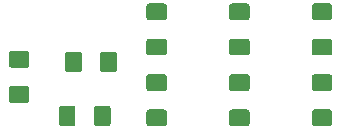
<source format=gbr>
%TF.GenerationSoftware,KiCad,Pcbnew,(5.1.5)-3*%
%TF.CreationDate,2020-05-16T01:35:25+02:00*%
%TF.ProjectId,DopplerShiftRadarModule,446f7070-6c65-4725-9368-696674526164,v1.1*%
%TF.SameCoordinates,Original*%
%TF.FileFunction,Paste,Top*%
%TF.FilePolarity,Positive*%
%FSLAX46Y46*%
G04 Gerber Fmt 4.6, Leading zero omitted, Abs format (unit mm)*
G04 Created by KiCad (PCBNEW (5.1.5)-3) date 2020-05-16 01:35:25*
%MOMM*%
%LPD*%
G04 APERTURE LIST*
%ADD10C,0.100000*%
G04 APERTURE END LIST*
D10*
G36*
X143649504Y-89801204D02*
G01*
X143673773Y-89804804D01*
X143697571Y-89810765D01*
X143720671Y-89819030D01*
X143742849Y-89829520D01*
X143763893Y-89842133D01*
X143783598Y-89856747D01*
X143801777Y-89873223D01*
X143818253Y-89891402D01*
X143832867Y-89911107D01*
X143845480Y-89932151D01*
X143855970Y-89954329D01*
X143864235Y-89977429D01*
X143870196Y-90001227D01*
X143873796Y-90025496D01*
X143875000Y-90050000D01*
X143875000Y-90975000D01*
X143873796Y-90999504D01*
X143870196Y-91023773D01*
X143864235Y-91047571D01*
X143855970Y-91070671D01*
X143845480Y-91092849D01*
X143832867Y-91113893D01*
X143818253Y-91133598D01*
X143801777Y-91151777D01*
X143783598Y-91168253D01*
X143763893Y-91182867D01*
X143742849Y-91195480D01*
X143720671Y-91205970D01*
X143697571Y-91214235D01*
X143673773Y-91220196D01*
X143649504Y-91223796D01*
X143625000Y-91225000D01*
X142375000Y-91225000D01*
X142350496Y-91223796D01*
X142326227Y-91220196D01*
X142302429Y-91214235D01*
X142279329Y-91205970D01*
X142257151Y-91195480D01*
X142236107Y-91182867D01*
X142216402Y-91168253D01*
X142198223Y-91151777D01*
X142181747Y-91133598D01*
X142167133Y-91113893D01*
X142154520Y-91092849D01*
X142144030Y-91070671D01*
X142135765Y-91047571D01*
X142129804Y-91023773D01*
X142126204Y-90999504D01*
X142125000Y-90975000D01*
X142125000Y-90050000D01*
X142126204Y-90025496D01*
X142129804Y-90001227D01*
X142135765Y-89977429D01*
X142144030Y-89954329D01*
X142154520Y-89932151D01*
X142167133Y-89911107D01*
X142181747Y-89891402D01*
X142198223Y-89873223D01*
X142216402Y-89856747D01*
X142236107Y-89842133D01*
X142257151Y-89829520D01*
X142279329Y-89819030D01*
X142302429Y-89810765D01*
X142326227Y-89804804D01*
X142350496Y-89801204D01*
X142375000Y-89800000D01*
X143625000Y-89800000D01*
X143649504Y-89801204D01*
G37*
G36*
X143649504Y-92776204D02*
G01*
X143673773Y-92779804D01*
X143697571Y-92785765D01*
X143720671Y-92794030D01*
X143742849Y-92804520D01*
X143763893Y-92817133D01*
X143783598Y-92831747D01*
X143801777Y-92848223D01*
X143818253Y-92866402D01*
X143832867Y-92886107D01*
X143845480Y-92907151D01*
X143855970Y-92929329D01*
X143864235Y-92952429D01*
X143870196Y-92976227D01*
X143873796Y-93000496D01*
X143875000Y-93025000D01*
X143875000Y-93950000D01*
X143873796Y-93974504D01*
X143870196Y-93998773D01*
X143864235Y-94022571D01*
X143855970Y-94045671D01*
X143845480Y-94067849D01*
X143832867Y-94088893D01*
X143818253Y-94108598D01*
X143801777Y-94126777D01*
X143783598Y-94143253D01*
X143763893Y-94157867D01*
X143742849Y-94170480D01*
X143720671Y-94180970D01*
X143697571Y-94189235D01*
X143673773Y-94195196D01*
X143649504Y-94198796D01*
X143625000Y-94200000D01*
X142375000Y-94200000D01*
X142350496Y-94198796D01*
X142326227Y-94195196D01*
X142302429Y-94189235D01*
X142279329Y-94180970D01*
X142257151Y-94170480D01*
X142236107Y-94157867D01*
X142216402Y-94143253D01*
X142198223Y-94126777D01*
X142181747Y-94108598D01*
X142167133Y-94088893D01*
X142154520Y-94067849D01*
X142144030Y-94045671D01*
X142135765Y-94022571D01*
X142129804Y-93998773D01*
X142126204Y-93974504D01*
X142125000Y-93950000D01*
X142125000Y-93025000D01*
X142126204Y-93000496D01*
X142129804Y-92976227D01*
X142135765Y-92952429D01*
X142144030Y-92929329D01*
X142154520Y-92907151D01*
X142167133Y-92886107D01*
X142181747Y-92866402D01*
X142198223Y-92848223D01*
X142216402Y-92831747D01*
X142236107Y-92817133D01*
X142257151Y-92804520D01*
X142279329Y-92794030D01*
X142302429Y-92785765D01*
X142326227Y-92779804D01*
X142350496Y-92776204D01*
X142375000Y-92775000D01*
X143625000Y-92775000D01*
X143649504Y-92776204D01*
G37*
G36*
X136649504Y-92776204D02*
G01*
X136673773Y-92779804D01*
X136697571Y-92785765D01*
X136720671Y-92794030D01*
X136742849Y-92804520D01*
X136763893Y-92817133D01*
X136783598Y-92831747D01*
X136801777Y-92848223D01*
X136818253Y-92866402D01*
X136832867Y-92886107D01*
X136845480Y-92907151D01*
X136855970Y-92929329D01*
X136864235Y-92952429D01*
X136870196Y-92976227D01*
X136873796Y-93000496D01*
X136875000Y-93025000D01*
X136875000Y-93950000D01*
X136873796Y-93974504D01*
X136870196Y-93998773D01*
X136864235Y-94022571D01*
X136855970Y-94045671D01*
X136845480Y-94067849D01*
X136832867Y-94088893D01*
X136818253Y-94108598D01*
X136801777Y-94126777D01*
X136783598Y-94143253D01*
X136763893Y-94157867D01*
X136742849Y-94170480D01*
X136720671Y-94180970D01*
X136697571Y-94189235D01*
X136673773Y-94195196D01*
X136649504Y-94198796D01*
X136625000Y-94200000D01*
X135375000Y-94200000D01*
X135350496Y-94198796D01*
X135326227Y-94195196D01*
X135302429Y-94189235D01*
X135279329Y-94180970D01*
X135257151Y-94170480D01*
X135236107Y-94157867D01*
X135216402Y-94143253D01*
X135198223Y-94126777D01*
X135181747Y-94108598D01*
X135167133Y-94088893D01*
X135154520Y-94067849D01*
X135144030Y-94045671D01*
X135135765Y-94022571D01*
X135129804Y-93998773D01*
X135126204Y-93974504D01*
X135125000Y-93950000D01*
X135125000Y-93025000D01*
X135126204Y-93000496D01*
X135129804Y-92976227D01*
X135135765Y-92952429D01*
X135144030Y-92929329D01*
X135154520Y-92907151D01*
X135167133Y-92886107D01*
X135181747Y-92866402D01*
X135198223Y-92848223D01*
X135216402Y-92831747D01*
X135236107Y-92817133D01*
X135257151Y-92804520D01*
X135279329Y-92794030D01*
X135302429Y-92785765D01*
X135326227Y-92779804D01*
X135350496Y-92776204D01*
X135375000Y-92775000D01*
X136625000Y-92775000D01*
X136649504Y-92776204D01*
G37*
G36*
X136649504Y-89801204D02*
G01*
X136673773Y-89804804D01*
X136697571Y-89810765D01*
X136720671Y-89819030D01*
X136742849Y-89829520D01*
X136763893Y-89842133D01*
X136783598Y-89856747D01*
X136801777Y-89873223D01*
X136818253Y-89891402D01*
X136832867Y-89911107D01*
X136845480Y-89932151D01*
X136855970Y-89954329D01*
X136864235Y-89977429D01*
X136870196Y-90001227D01*
X136873796Y-90025496D01*
X136875000Y-90050000D01*
X136875000Y-90975000D01*
X136873796Y-90999504D01*
X136870196Y-91023773D01*
X136864235Y-91047571D01*
X136855970Y-91070671D01*
X136845480Y-91092849D01*
X136832867Y-91113893D01*
X136818253Y-91133598D01*
X136801777Y-91151777D01*
X136783598Y-91168253D01*
X136763893Y-91182867D01*
X136742849Y-91195480D01*
X136720671Y-91205970D01*
X136697571Y-91214235D01*
X136673773Y-91220196D01*
X136649504Y-91223796D01*
X136625000Y-91225000D01*
X135375000Y-91225000D01*
X135350496Y-91223796D01*
X135326227Y-91220196D01*
X135302429Y-91214235D01*
X135279329Y-91205970D01*
X135257151Y-91195480D01*
X135236107Y-91182867D01*
X135216402Y-91168253D01*
X135198223Y-91151777D01*
X135181747Y-91133598D01*
X135167133Y-91113893D01*
X135154520Y-91092849D01*
X135144030Y-91070671D01*
X135135765Y-91047571D01*
X135129804Y-91023773D01*
X135126204Y-90999504D01*
X135125000Y-90975000D01*
X135125000Y-90050000D01*
X135126204Y-90025496D01*
X135129804Y-90001227D01*
X135135765Y-89977429D01*
X135144030Y-89954329D01*
X135154520Y-89932151D01*
X135167133Y-89911107D01*
X135181747Y-89891402D01*
X135198223Y-89873223D01*
X135216402Y-89856747D01*
X135236107Y-89842133D01*
X135257151Y-89829520D01*
X135279329Y-89819030D01*
X135302429Y-89810765D01*
X135326227Y-89804804D01*
X135350496Y-89801204D01*
X135375000Y-89800000D01*
X136625000Y-89800000D01*
X136649504Y-89801204D01*
G37*
G36*
X129649504Y-89801204D02*
G01*
X129673773Y-89804804D01*
X129697571Y-89810765D01*
X129720671Y-89819030D01*
X129742849Y-89829520D01*
X129763893Y-89842133D01*
X129783598Y-89856747D01*
X129801777Y-89873223D01*
X129818253Y-89891402D01*
X129832867Y-89911107D01*
X129845480Y-89932151D01*
X129855970Y-89954329D01*
X129864235Y-89977429D01*
X129870196Y-90001227D01*
X129873796Y-90025496D01*
X129875000Y-90050000D01*
X129875000Y-90975000D01*
X129873796Y-90999504D01*
X129870196Y-91023773D01*
X129864235Y-91047571D01*
X129855970Y-91070671D01*
X129845480Y-91092849D01*
X129832867Y-91113893D01*
X129818253Y-91133598D01*
X129801777Y-91151777D01*
X129783598Y-91168253D01*
X129763893Y-91182867D01*
X129742849Y-91195480D01*
X129720671Y-91205970D01*
X129697571Y-91214235D01*
X129673773Y-91220196D01*
X129649504Y-91223796D01*
X129625000Y-91225000D01*
X128375000Y-91225000D01*
X128350496Y-91223796D01*
X128326227Y-91220196D01*
X128302429Y-91214235D01*
X128279329Y-91205970D01*
X128257151Y-91195480D01*
X128236107Y-91182867D01*
X128216402Y-91168253D01*
X128198223Y-91151777D01*
X128181747Y-91133598D01*
X128167133Y-91113893D01*
X128154520Y-91092849D01*
X128144030Y-91070671D01*
X128135765Y-91047571D01*
X128129804Y-91023773D01*
X128126204Y-90999504D01*
X128125000Y-90975000D01*
X128125000Y-90050000D01*
X128126204Y-90025496D01*
X128129804Y-90001227D01*
X128135765Y-89977429D01*
X128144030Y-89954329D01*
X128154520Y-89932151D01*
X128167133Y-89911107D01*
X128181747Y-89891402D01*
X128198223Y-89873223D01*
X128216402Y-89856747D01*
X128236107Y-89842133D01*
X128257151Y-89829520D01*
X128279329Y-89819030D01*
X128302429Y-89810765D01*
X128326227Y-89804804D01*
X128350496Y-89801204D01*
X128375000Y-89800000D01*
X129625000Y-89800000D01*
X129649504Y-89801204D01*
G37*
G36*
X129649504Y-92776204D02*
G01*
X129673773Y-92779804D01*
X129697571Y-92785765D01*
X129720671Y-92794030D01*
X129742849Y-92804520D01*
X129763893Y-92817133D01*
X129783598Y-92831747D01*
X129801777Y-92848223D01*
X129818253Y-92866402D01*
X129832867Y-92886107D01*
X129845480Y-92907151D01*
X129855970Y-92929329D01*
X129864235Y-92952429D01*
X129870196Y-92976227D01*
X129873796Y-93000496D01*
X129875000Y-93025000D01*
X129875000Y-93950000D01*
X129873796Y-93974504D01*
X129870196Y-93998773D01*
X129864235Y-94022571D01*
X129855970Y-94045671D01*
X129845480Y-94067849D01*
X129832867Y-94088893D01*
X129818253Y-94108598D01*
X129801777Y-94126777D01*
X129783598Y-94143253D01*
X129763893Y-94157867D01*
X129742849Y-94170480D01*
X129720671Y-94180970D01*
X129697571Y-94189235D01*
X129673773Y-94195196D01*
X129649504Y-94198796D01*
X129625000Y-94200000D01*
X128375000Y-94200000D01*
X128350496Y-94198796D01*
X128326227Y-94195196D01*
X128302429Y-94189235D01*
X128279329Y-94180970D01*
X128257151Y-94170480D01*
X128236107Y-94157867D01*
X128216402Y-94143253D01*
X128198223Y-94126777D01*
X128181747Y-94108598D01*
X128167133Y-94088893D01*
X128154520Y-94067849D01*
X128144030Y-94045671D01*
X128135765Y-94022571D01*
X128129804Y-93998773D01*
X128126204Y-93974504D01*
X128125000Y-93950000D01*
X128125000Y-93025000D01*
X128126204Y-93000496D01*
X128129804Y-92976227D01*
X128135765Y-92952429D01*
X128144030Y-92929329D01*
X128154520Y-92907151D01*
X128167133Y-92886107D01*
X128181747Y-92866402D01*
X128198223Y-92848223D01*
X128216402Y-92831747D01*
X128236107Y-92817133D01*
X128257151Y-92804520D01*
X128279329Y-92794030D01*
X128302429Y-92785765D01*
X128326227Y-92779804D01*
X128350496Y-92776204D01*
X128375000Y-92775000D01*
X129625000Y-92775000D01*
X129649504Y-92776204D01*
G37*
G36*
X124874004Y-98440204D02*
G01*
X124898273Y-98443804D01*
X124922071Y-98449765D01*
X124945171Y-98458030D01*
X124967349Y-98468520D01*
X124988393Y-98481133D01*
X125008098Y-98495747D01*
X125026277Y-98512223D01*
X125042753Y-98530402D01*
X125057367Y-98550107D01*
X125069980Y-98571151D01*
X125080470Y-98593329D01*
X125088735Y-98616429D01*
X125094696Y-98640227D01*
X125098296Y-98664496D01*
X125099500Y-98689000D01*
X125099500Y-99939000D01*
X125098296Y-99963504D01*
X125094696Y-99987773D01*
X125088735Y-100011571D01*
X125080470Y-100034671D01*
X125069980Y-100056849D01*
X125057367Y-100077893D01*
X125042753Y-100097598D01*
X125026277Y-100115777D01*
X125008098Y-100132253D01*
X124988393Y-100146867D01*
X124967349Y-100159480D01*
X124945171Y-100169970D01*
X124922071Y-100178235D01*
X124898273Y-100184196D01*
X124874004Y-100187796D01*
X124849500Y-100189000D01*
X123924500Y-100189000D01*
X123899996Y-100187796D01*
X123875727Y-100184196D01*
X123851929Y-100178235D01*
X123828829Y-100169970D01*
X123806651Y-100159480D01*
X123785607Y-100146867D01*
X123765902Y-100132253D01*
X123747723Y-100115777D01*
X123731247Y-100097598D01*
X123716633Y-100077893D01*
X123704020Y-100056849D01*
X123693530Y-100034671D01*
X123685265Y-100011571D01*
X123679304Y-99987773D01*
X123675704Y-99963504D01*
X123674500Y-99939000D01*
X123674500Y-98689000D01*
X123675704Y-98664496D01*
X123679304Y-98640227D01*
X123685265Y-98616429D01*
X123693530Y-98593329D01*
X123704020Y-98571151D01*
X123716633Y-98550107D01*
X123731247Y-98530402D01*
X123747723Y-98512223D01*
X123765902Y-98495747D01*
X123785607Y-98481133D01*
X123806651Y-98468520D01*
X123828829Y-98458030D01*
X123851929Y-98449765D01*
X123875727Y-98443804D01*
X123899996Y-98440204D01*
X123924500Y-98439000D01*
X124849500Y-98439000D01*
X124874004Y-98440204D01*
G37*
G36*
X121899004Y-98440204D02*
G01*
X121923273Y-98443804D01*
X121947071Y-98449765D01*
X121970171Y-98458030D01*
X121992349Y-98468520D01*
X122013393Y-98481133D01*
X122033098Y-98495747D01*
X122051277Y-98512223D01*
X122067753Y-98530402D01*
X122082367Y-98550107D01*
X122094980Y-98571151D01*
X122105470Y-98593329D01*
X122113735Y-98616429D01*
X122119696Y-98640227D01*
X122123296Y-98664496D01*
X122124500Y-98689000D01*
X122124500Y-99939000D01*
X122123296Y-99963504D01*
X122119696Y-99987773D01*
X122113735Y-100011571D01*
X122105470Y-100034671D01*
X122094980Y-100056849D01*
X122082367Y-100077893D01*
X122067753Y-100097598D01*
X122051277Y-100115777D01*
X122033098Y-100132253D01*
X122013393Y-100146867D01*
X121992349Y-100159480D01*
X121970171Y-100169970D01*
X121947071Y-100178235D01*
X121923273Y-100184196D01*
X121899004Y-100187796D01*
X121874500Y-100189000D01*
X120949500Y-100189000D01*
X120924996Y-100187796D01*
X120900727Y-100184196D01*
X120876929Y-100178235D01*
X120853829Y-100169970D01*
X120831651Y-100159480D01*
X120810607Y-100146867D01*
X120790902Y-100132253D01*
X120772723Y-100115777D01*
X120756247Y-100097598D01*
X120741633Y-100077893D01*
X120729020Y-100056849D01*
X120718530Y-100034671D01*
X120710265Y-100011571D01*
X120704304Y-99987773D01*
X120700704Y-99963504D01*
X120699500Y-99939000D01*
X120699500Y-98689000D01*
X120700704Y-98664496D01*
X120704304Y-98640227D01*
X120710265Y-98616429D01*
X120718530Y-98593329D01*
X120729020Y-98571151D01*
X120741633Y-98550107D01*
X120756247Y-98530402D01*
X120772723Y-98512223D01*
X120790902Y-98495747D01*
X120810607Y-98481133D01*
X120831651Y-98468520D01*
X120853829Y-98458030D01*
X120876929Y-98449765D01*
X120900727Y-98443804D01*
X120924996Y-98440204D01*
X120949500Y-98439000D01*
X121874500Y-98439000D01*
X121899004Y-98440204D01*
G37*
G36*
X143649504Y-98776204D02*
G01*
X143673773Y-98779804D01*
X143697571Y-98785765D01*
X143720671Y-98794030D01*
X143742849Y-98804520D01*
X143763893Y-98817133D01*
X143783598Y-98831747D01*
X143801777Y-98848223D01*
X143818253Y-98866402D01*
X143832867Y-98886107D01*
X143845480Y-98907151D01*
X143855970Y-98929329D01*
X143864235Y-98952429D01*
X143870196Y-98976227D01*
X143873796Y-99000496D01*
X143875000Y-99025000D01*
X143875000Y-99950000D01*
X143873796Y-99974504D01*
X143870196Y-99998773D01*
X143864235Y-100022571D01*
X143855970Y-100045671D01*
X143845480Y-100067849D01*
X143832867Y-100088893D01*
X143818253Y-100108598D01*
X143801777Y-100126777D01*
X143783598Y-100143253D01*
X143763893Y-100157867D01*
X143742849Y-100170480D01*
X143720671Y-100180970D01*
X143697571Y-100189235D01*
X143673773Y-100195196D01*
X143649504Y-100198796D01*
X143625000Y-100200000D01*
X142375000Y-100200000D01*
X142350496Y-100198796D01*
X142326227Y-100195196D01*
X142302429Y-100189235D01*
X142279329Y-100180970D01*
X142257151Y-100170480D01*
X142236107Y-100157867D01*
X142216402Y-100143253D01*
X142198223Y-100126777D01*
X142181747Y-100108598D01*
X142167133Y-100088893D01*
X142154520Y-100067849D01*
X142144030Y-100045671D01*
X142135765Y-100022571D01*
X142129804Y-99998773D01*
X142126204Y-99974504D01*
X142125000Y-99950000D01*
X142125000Y-99025000D01*
X142126204Y-99000496D01*
X142129804Y-98976227D01*
X142135765Y-98952429D01*
X142144030Y-98929329D01*
X142154520Y-98907151D01*
X142167133Y-98886107D01*
X142181747Y-98866402D01*
X142198223Y-98848223D01*
X142216402Y-98831747D01*
X142236107Y-98817133D01*
X142257151Y-98804520D01*
X142279329Y-98794030D01*
X142302429Y-98785765D01*
X142326227Y-98779804D01*
X142350496Y-98776204D01*
X142375000Y-98775000D01*
X143625000Y-98775000D01*
X143649504Y-98776204D01*
G37*
G36*
X143649504Y-95801204D02*
G01*
X143673773Y-95804804D01*
X143697571Y-95810765D01*
X143720671Y-95819030D01*
X143742849Y-95829520D01*
X143763893Y-95842133D01*
X143783598Y-95856747D01*
X143801777Y-95873223D01*
X143818253Y-95891402D01*
X143832867Y-95911107D01*
X143845480Y-95932151D01*
X143855970Y-95954329D01*
X143864235Y-95977429D01*
X143870196Y-96001227D01*
X143873796Y-96025496D01*
X143875000Y-96050000D01*
X143875000Y-96975000D01*
X143873796Y-96999504D01*
X143870196Y-97023773D01*
X143864235Y-97047571D01*
X143855970Y-97070671D01*
X143845480Y-97092849D01*
X143832867Y-97113893D01*
X143818253Y-97133598D01*
X143801777Y-97151777D01*
X143783598Y-97168253D01*
X143763893Y-97182867D01*
X143742849Y-97195480D01*
X143720671Y-97205970D01*
X143697571Y-97214235D01*
X143673773Y-97220196D01*
X143649504Y-97223796D01*
X143625000Y-97225000D01*
X142375000Y-97225000D01*
X142350496Y-97223796D01*
X142326227Y-97220196D01*
X142302429Y-97214235D01*
X142279329Y-97205970D01*
X142257151Y-97195480D01*
X142236107Y-97182867D01*
X142216402Y-97168253D01*
X142198223Y-97151777D01*
X142181747Y-97133598D01*
X142167133Y-97113893D01*
X142154520Y-97092849D01*
X142144030Y-97070671D01*
X142135765Y-97047571D01*
X142129804Y-97023773D01*
X142126204Y-96999504D01*
X142125000Y-96975000D01*
X142125000Y-96050000D01*
X142126204Y-96025496D01*
X142129804Y-96001227D01*
X142135765Y-95977429D01*
X142144030Y-95954329D01*
X142154520Y-95932151D01*
X142167133Y-95911107D01*
X142181747Y-95891402D01*
X142198223Y-95873223D01*
X142216402Y-95856747D01*
X142236107Y-95842133D01*
X142257151Y-95829520D01*
X142279329Y-95819030D01*
X142302429Y-95810765D01*
X142326227Y-95804804D01*
X142350496Y-95801204D01*
X142375000Y-95800000D01*
X143625000Y-95800000D01*
X143649504Y-95801204D01*
G37*
G36*
X136649504Y-98776204D02*
G01*
X136673773Y-98779804D01*
X136697571Y-98785765D01*
X136720671Y-98794030D01*
X136742849Y-98804520D01*
X136763893Y-98817133D01*
X136783598Y-98831747D01*
X136801777Y-98848223D01*
X136818253Y-98866402D01*
X136832867Y-98886107D01*
X136845480Y-98907151D01*
X136855970Y-98929329D01*
X136864235Y-98952429D01*
X136870196Y-98976227D01*
X136873796Y-99000496D01*
X136875000Y-99025000D01*
X136875000Y-99950000D01*
X136873796Y-99974504D01*
X136870196Y-99998773D01*
X136864235Y-100022571D01*
X136855970Y-100045671D01*
X136845480Y-100067849D01*
X136832867Y-100088893D01*
X136818253Y-100108598D01*
X136801777Y-100126777D01*
X136783598Y-100143253D01*
X136763893Y-100157867D01*
X136742849Y-100170480D01*
X136720671Y-100180970D01*
X136697571Y-100189235D01*
X136673773Y-100195196D01*
X136649504Y-100198796D01*
X136625000Y-100200000D01*
X135375000Y-100200000D01*
X135350496Y-100198796D01*
X135326227Y-100195196D01*
X135302429Y-100189235D01*
X135279329Y-100180970D01*
X135257151Y-100170480D01*
X135236107Y-100157867D01*
X135216402Y-100143253D01*
X135198223Y-100126777D01*
X135181747Y-100108598D01*
X135167133Y-100088893D01*
X135154520Y-100067849D01*
X135144030Y-100045671D01*
X135135765Y-100022571D01*
X135129804Y-99998773D01*
X135126204Y-99974504D01*
X135125000Y-99950000D01*
X135125000Y-99025000D01*
X135126204Y-99000496D01*
X135129804Y-98976227D01*
X135135765Y-98952429D01*
X135144030Y-98929329D01*
X135154520Y-98907151D01*
X135167133Y-98886107D01*
X135181747Y-98866402D01*
X135198223Y-98848223D01*
X135216402Y-98831747D01*
X135236107Y-98817133D01*
X135257151Y-98804520D01*
X135279329Y-98794030D01*
X135302429Y-98785765D01*
X135326227Y-98779804D01*
X135350496Y-98776204D01*
X135375000Y-98775000D01*
X136625000Y-98775000D01*
X136649504Y-98776204D01*
G37*
G36*
X136649504Y-95801204D02*
G01*
X136673773Y-95804804D01*
X136697571Y-95810765D01*
X136720671Y-95819030D01*
X136742849Y-95829520D01*
X136763893Y-95842133D01*
X136783598Y-95856747D01*
X136801777Y-95873223D01*
X136818253Y-95891402D01*
X136832867Y-95911107D01*
X136845480Y-95932151D01*
X136855970Y-95954329D01*
X136864235Y-95977429D01*
X136870196Y-96001227D01*
X136873796Y-96025496D01*
X136875000Y-96050000D01*
X136875000Y-96975000D01*
X136873796Y-96999504D01*
X136870196Y-97023773D01*
X136864235Y-97047571D01*
X136855970Y-97070671D01*
X136845480Y-97092849D01*
X136832867Y-97113893D01*
X136818253Y-97133598D01*
X136801777Y-97151777D01*
X136783598Y-97168253D01*
X136763893Y-97182867D01*
X136742849Y-97195480D01*
X136720671Y-97205970D01*
X136697571Y-97214235D01*
X136673773Y-97220196D01*
X136649504Y-97223796D01*
X136625000Y-97225000D01*
X135375000Y-97225000D01*
X135350496Y-97223796D01*
X135326227Y-97220196D01*
X135302429Y-97214235D01*
X135279329Y-97205970D01*
X135257151Y-97195480D01*
X135236107Y-97182867D01*
X135216402Y-97168253D01*
X135198223Y-97151777D01*
X135181747Y-97133598D01*
X135167133Y-97113893D01*
X135154520Y-97092849D01*
X135144030Y-97070671D01*
X135135765Y-97047571D01*
X135129804Y-97023773D01*
X135126204Y-96999504D01*
X135125000Y-96975000D01*
X135125000Y-96050000D01*
X135126204Y-96025496D01*
X135129804Y-96001227D01*
X135135765Y-95977429D01*
X135144030Y-95954329D01*
X135154520Y-95932151D01*
X135167133Y-95911107D01*
X135181747Y-95891402D01*
X135198223Y-95873223D01*
X135216402Y-95856747D01*
X135236107Y-95842133D01*
X135257151Y-95829520D01*
X135279329Y-95819030D01*
X135302429Y-95810765D01*
X135326227Y-95804804D01*
X135350496Y-95801204D01*
X135375000Y-95800000D01*
X136625000Y-95800000D01*
X136649504Y-95801204D01*
G37*
G36*
X129649504Y-98776204D02*
G01*
X129673773Y-98779804D01*
X129697571Y-98785765D01*
X129720671Y-98794030D01*
X129742849Y-98804520D01*
X129763893Y-98817133D01*
X129783598Y-98831747D01*
X129801777Y-98848223D01*
X129818253Y-98866402D01*
X129832867Y-98886107D01*
X129845480Y-98907151D01*
X129855970Y-98929329D01*
X129864235Y-98952429D01*
X129870196Y-98976227D01*
X129873796Y-99000496D01*
X129875000Y-99025000D01*
X129875000Y-99950000D01*
X129873796Y-99974504D01*
X129870196Y-99998773D01*
X129864235Y-100022571D01*
X129855970Y-100045671D01*
X129845480Y-100067849D01*
X129832867Y-100088893D01*
X129818253Y-100108598D01*
X129801777Y-100126777D01*
X129783598Y-100143253D01*
X129763893Y-100157867D01*
X129742849Y-100170480D01*
X129720671Y-100180970D01*
X129697571Y-100189235D01*
X129673773Y-100195196D01*
X129649504Y-100198796D01*
X129625000Y-100200000D01*
X128375000Y-100200000D01*
X128350496Y-100198796D01*
X128326227Y-100195196D01*
X128302429Y-100189235D01*
X128279329Y-100180970D01*
X128257151Y-100170480D01*
X128236107Y-100157867D01*
X128216402Y-100143253D01*
X128198223Y-100126777D01*
X128181747Y-100108598D01*
X128167133Y-100088893D01*
X128154520Y-100067849D01*
X128144030Y-100045671D01*
X128135765Y-100022571D01*
X128129804Y-99998773D01*
X128126204Y-99974504D01*
X128125000Y-99950000D01*
X128125000Y-99025000D01*
X128126204Y-99000496D01*
X128129804Y-98976227D01*
X128135765Y-98952429D01*
X128144030Y-98929329D01*
X128154520Y-98907151D01*
X128167133Y-98886107D01*
X128181747Y-98866402D01*
X128198223Y-98848223D01*
X128216402Y-98831747D01*
X128236107Y-98817133D01*
X128257151Y-98804520D01*
X128279329Y-98794030D01*
X128302429Y-98785765D01*
X128326227Y-98779804D01*
X128350496Y-98776204D01*
X128375000Y-98775000D01*
X129625000Y-98775000D01*
X129649504Y-98776204D01*
G37*
G36*
X129649504Y-95801204D02*
G01*
X129673773Y-95804804D01*
X129697571Y-95810765D01*
X129720671Y-95819030D01*
X129742849Y-95829520D01*
X129763893Y-95842133D01*
X129783598Y-95856747D01*
X129801777Y-95873223D01*
X129818253Y-95891402D01*
X129832867Y-95911107D01*
X129845480Y-95932151D01*
X129855970Y-95954329D01*
X129864235Y-95977429D01*
X129870196Y-96001227D01*
X129873796Y-96025496D01*
X129875000Y-96050000D01*
X129875000Y-96975000D01*
X129873796Y-96999504D01*
X129870196Y-97023773D01*
X129864235Y-97047571D01*
X129855970Y-97070671D01*
X129845480Y-97092849D01*
X129832867Y-97113893D01*
X129818253Y-97133598D01*
X129801777Y-97151777D01*
X129783598Y-97168253D01*
X129763893Y-97182867D01*
X129742849Y-97195480D01*
X129720671Y-97205970D01*
X129697571Y-97214235D01*
X129673773Y-97220196D01*
X129649504Y-97223796D01*
X129625000Y-97225000D01*
X128375000Y-97225000D01*
X128350496Y-97223796D01*
X128326227Y-97220196D01*
X128302429Y-97214235D01*
X128279329Y-97205970D01*
X128257151Y-97195480D01*
X128236107Y-97182867D01*
X128216402Y-97168253D01*
X128198223Y-97151777D01*
X128181747Y-97133598D01*
X128167133Y-97113893D01*
X128154520Y-97092849D01*
X128144030Y-97070671D01*
X128135765Y-97047571D01*
X128129804Y-97023773D01*
X128126204Y-96999504D01*
X128125000Y-96975000D01*
X128125000Y-96050000D01*
X128126204Y-96025496D01*
X128129804Y-96001227D01*
X128135765Y-95977429D01*
X128144030Y-95954329D01*
X128154520Y-95932151D01*
X128167133Y-95911107D01*
X128181747Y-95891402D01*
X128198223Y-95873223D01*
X128216402Y-95856747D01*
X128236107Y-95842133D01*
X128257151Y-95829520D01*
X128279329Y-95819030D01*
X128302429Y-95810765D01*
X128326227Y-95804804D01*
X128350496Y-95801204D01*
X128375000Y-95800000D01*
X129625000Y-95800000D01*
X129649504Y-95801204D01*
G37*
G36*
X122443504Y-93868204D02*
G01*
X122467773Y-93871804D01*
X122491571Y-93877765D01*
X122514671Y-93886030D01*
X122536849Y-93896520D01*
X122557893Y-93909133D01*
X122577598Y-93923747D01*
X122595777Y-93940223D01*
X122612253Y-93958402D01*
X122626867Y-93978107D01*
X122639480Y-93999151D01*
X122649970Y-94021329D01*
X122658235Y-94044429D01*
X122664196Y-94068227D01*
X122667796Y-94092496D01*
X122669000Y-94117000D01*
X122669000Y-95367000D01*
X122667796Y-95391504D01*
X122664196Y-95415773D01*
X122658235Y-95439571D01*
X122649970Y-95462671D01*
X122639480Y-95484849D01*
X122626867Y-95505893D01*
X122612253Y-95525598D01*
X122595777Y-95543777D01*
X122577598Y-95560253D01*
X122557893Y-95574867D01*
X122536849Y-95587480D01*
X122514671Y-95597970D01*
X122491571Y-95606235D01*
X122467773Y-95612196D01*
X122443504Y-95615796D01*
X122419000Y-95617000D01*
X121494000Y-95617000D01*
X121469496Y-95615796D01*
X121445227Y-95612196D01*
X121421429Y-95606235D01*
X121398329Y-95597970D01*
X121376151Y-95587480D01*
X121355107Y-95574867D01*
X121335402Y-95560253D01*
X121317223Y-95543777D01*
X121300747Y-95525598D01*
X121286133Y-95505893D01*
X121273520Y-95484849D01*
X121263030Y-95462671D01*
X121254765Y-95439571D01*
X121248804Y-95415773D01*
X121245204Y-95391504D01*
X121244000Y-95367000D01*
X121244000Y-94117000D01*
X121245204Y-94092496D01*
X121248804Y-94068227D01*
X121254765Y-94044429D01*
X121263030Y-94021329D01*
X121273520Y-93999151D01*
X121286133Y-93978107D01*
X121300747Y-93958402D01*
X121317223Y-93940223D01*
X121335402Y-93923747D01*
X121355107Y-93909133D01*
X121376151Y-93896520D01*
X121398329Y-93886030D01*
X121421429Y-93877765D01*
X121445227Y-93871804D01*
X121469496Y-93868204D01*
X121494000Y-93867000D01*
X122419000Y-93867000D01*
X122443504Y-93868204D01*
G37*
G36*
X125418504Y-93868204D02*
G01*
X125442773Y-93871804D01*
X125466571Y-93877765D01*
X125489671Y-93886030D01*
X125511849Y-93896520D01*
X125532893Y-93909133D01*
X125552598Y-93923747D01*
X125570777Y-93940223D01*
X125587253Y-93958402D01*
X125601867Y-93978107D01*
X125614480Y-93999151D01*
X125624970Y-94021329D01*
X125633235Y-94044429D01*
X125639196Y-94068227D01*
X125642796Y-94092496D01*
X125644000Y-94117000D01*
X125644000Y-95367000D01*
X125642796Y-95391504D01*
X125639196Y-95415773D01*
X125633235Y-95439571D01*
X125624970Y-95462671D01*
X125614480Y-95484849D01*
X125601867Y-95505893D01*
X125587253Y-95525598D01*
X125570777Y-95543777D01*
X125552598Y-95560253D01*
X125532893Y-95574867D01*
X125511849Y-95587480D01*
X125489671Y-95597970D01*
X125466571Y-95606235D01*
X125442773Y-95612196D01*
X125418504Y-95615796D01*
X125394000Y-95617000D01*
X124469000Y-95617000D01*
X124444496Y-95615796D01*
X124420227Y-95612196D01*
X124396429Y-95606235D01*
X124373329Y-95597970D01*
X124351151Y-95587480D01*
X124330107Y-95574867D01*
X124310402Y-95560253D01*
X124292223Y-95543777D01*
X124275747Y-95525598D01*
X124261133Y-95505893D01*
X124248520Y-95484849D01*
X124238030Y-95462671D01*
X124229765Y-95439571D01*
X124223804Y-95415773D01*
X124220204Y-95391504D01*
X124219000Y-95367000D01*
X124219000Y-94117000D01*
X124220204Y-94092496D01*
X124223804Y-94068227D01*
X124229765Y-94044429D01*
X124238030Y-94021329D01*
X124248520Y-93999151D01*
X124261133Y-93978107D01*
X124275747Y-93958402D01*
X124292223Y-93940223D01*
X124310402Y-93923747D01*
X124330107Y-93909133D01*
X124351151Y-93896520D01*
X124373329Y-93886030D01*
X124396429Y-93877765D01*
X124420227Y-93871804D01*
X124444496Y-93868204D01*
X124469000Y-93867000D01*
X125394000Y-93867000D01*
X125418504Y-93868204D01*
G37*
G36*
X117997504Y-93813204D02*
G01*
X118021773Y-93816804D01*
X118045571Y-93822765D01*
X118068671Y-93831030D01*
X118090849Y-93841520D01*
X118111893Y-93854133D01*
X118131598Y-93868747D01*
X118149777Y-93885223D01*
X118166253Y-93903402D01*
X118180867Y-93923107D01*
X118193480Y-93944151D01*
X118203970Y-93966329D01*
X118212235Y-93989429D01*
X118218196Y-94013227D01*
X118221796Y-94037496D01*
X118223000Y-94062000D01*
X118223000Y-94987000D01*
X118221796Y-95011504D01*
X118218196Y-95035773D01*
X118212235Y-95059571D01*
X118203970Y-95082671D01*
X118193480Y-95104849D01*
X118180867Y-95125893D01*
X118166253Y-95145598D01*
X118149777Y-95163777D01*
X118131598Y-95180253D01*
X118111893Y-95194867D01*
X118090849Y-95207480D01*
X118068671Y-95217970D01*
X118045571Y-95226235D01*
X118021773Y-95232196D01*
X117997504Y-95235796D01*
X117973000Y-95237000D01*
X116723000Y-95237000D01*
X116698496Y-95235796D01*
X116674227Y-95232196D01*
X116650429Y-95226235D01*
X116627329Y-95217970D01*
X116605151Y-95207480D01*
X116584107Y-95194867D01*
X116564402Y-95180253D01*
X116546223Y-95163777D01*
X116529747Y-95145598D01*
X116515133Y-95125893D01*
X116502520Y-95104849D01*
X116492030Y-95082671D01*
X116483765Y-95059571D01*
X116477804Y-95035773D01*
X116474204Y-95011504D01*
X116473000Y-94987000D01*
X116473000Y-94062000D01*
X116474204Y-94037496D01*
X116477804Y-94013227D01*
X116483765Y-93989429D01*
X116492030Y-93966329D01*
X116502520Y-93944151D01*
X116515133Y-93923107D01*
X116529747Y-93903402D01*
X116546223Y-93885223D01*
X116564402Y-93868747D01*
X116584107Y-93854133D01*
X116605151Y-93841520D01*
X116627329Y-93831030D01*
X116650429Y-93822765D01*
X116674227Y-93816804D01*
X116698496Y-93813204D01*
X116723000Y-93812000D01*
X117973000Y-93812000D01*
X117997504Y-93813204D01*
G37*
G36*
X117997504Y-96788204D02*
G01*
X118021773Y-96791804D01*
X118045571Y-96797765D01*
X118068671Y-96806030D01*
X118090849Y-96816520D01*
X118111893Y-96829133D01*
X118131598Y-96843747D01*
X118149777Y-96860223D01*
X118166253Y-96878402D01*
X118180867Y-96898107D01*
X118193480Y-96919151D01*
X118203970Y-96941329D01*
X118212235Y-96964429D01*
X118218196Y-96988227D01*
X118221796Y-97012496D01*
X118223000Y-97037000D01*
X118223000Y-97962000D01*
X118221796Y-97986504D01*
X118218196Y-98010773D01*
X118212235Y-98034571D01*
X118203970Y-98057671D01*
X118193480Y-98079849D01*
X118180867Y-98100893D01*
X118166253Y-98120598D01*
X118149777Y-98138777D01*
X118131598Y-98155253D01*
X118111893Y-98169867D01*
X118090849Y-98182480D01*
X118068671Y-98192970D01*
X118045571Y-98201235D01*
X118021773Y-98207196D01*
X117997504Y-98210796D01*
X117973000Y-98212000D01*
X116723000Y-98212000D01*
X116698496Y-98210796D01*
X116674227Y-98207196D01*
X116650429Y-98201235D01*
X116627329Y-98192970D01*
X116605151Y-98182480D01*
X116584107Y-98169867D01*
X116564402Y-98155253D01*
X116546223Y-98138777D01*
X116529747Y-98120598D01*
X116515133Y-98100893D01*
X116502520Y-98079849D01*
X116492030Y-98057671D01*
X116483765Y-98034571D01*
X116477804Y-98010773D01*
X116474204Y-97986504D01*
X116473000Y-97962000D01*
X116473000Y-97037000D01*
X116474204Y-97012496D01*
X116477804Y-96988227D01*
X116483765Y-96964429D01*
X116492030Y-96941329D01*
X116502520Y-96919151D01*
X116515133Y-96898107D01*
X116529747Y-96878402D01*
X116546223Y-96860223D01*
X116564402Y-96843747D01*
X116584107Y-96829133D01*
X116605151Y-96816520D01*
X116627329Y-96806030D01*
X116650429Y-96797765D01*
X116674227Y-96791804D01*
X116698496Y-96788204D01*
X116723000Y-96787000D01*
X117973000Y-96787000D01*
X117997504Y-96788204D01*
G37*
M02*

</source>
